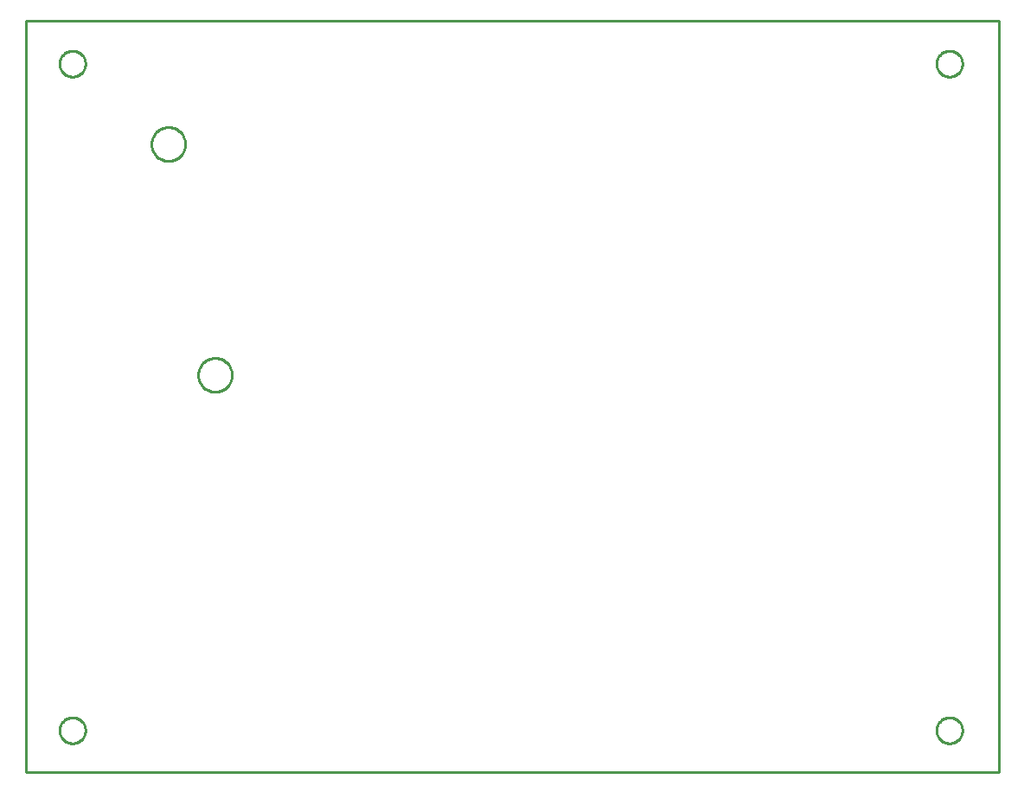
<source format=gbr>
G04 EAGLE Gerber RS-274X export*
G75*
%MOMM*%
%FSLAX34Y34*%
%LPD*%
%IN*%
%IPPOS*%
%AMOC8*
5,1,8,0,0,1.08239X$1,22.5*%
G01*
%ADD10C,0.000000*%
%ADD11C,0.254000*%


D10*
X-431800Y360680D02*
X520900Y360680D01*
X520900Y1096520D01*
X-431800Y1096520D01*
X-431800Y360680D01*
X-398780Y1054100D02*
X-398776Y1054412D01*
X-398765Y1054723D01*
X-398746Y1055034D01*
X-398719Y1055345D01*
X-398684Y1055655D01*
X-398643Y1055963D01*
X-398593Y1056271D01*
X-398536Y1056578D01*
X-398471Y1056883D01*
X-398399Y1057186D01*
X-398320Y1057487D01*
X-398233Y1057787D01*
X-398139Y1058084D01*
X-398038Y1058379D01*
X-397929Y1058671D01*
X-397813Y1058960D01*
X-397690Y1059247D01*
X-397561Y1059530D01*
X-397424Y1059810D01*
X-397280Y1060087D01*
X-397130Y1060360D01*
X-396973Y1060629D01*
X-396810Y1060894D01*
X-396640Y1061156D01*
X-396463Y1061413D01*
X-396281Y1061665D01*
X-396092Y1061913D01*
X-395897Y1062157D01*
X-395697Y1062395D01*
X-395490Y1062629D01*
X-395278Y1062857D01*
X-395060Y1063080D01*
X-394837Y1063298D01*
X-394609Y1063510D01*
X-394375Y1063717D01*
X-394137Y1063917D01*
X-393893Y1064112D01*
X-393645Y1064301D01*
X-393393Y1064483D01*
X-393136Y1064660D01*
X-392874Y1064830D01*
X-392609Y1064993D01*
X-392340Y1065150D01*
X-392067Y1065300D01*
X-391790Y1065444D01*
X-391510Y1065581D01*
X-391227Y1065710D01*
X-390940Y1065833D01*
X-390651Y1065949D01*
X-390359Y1066058D01*
X-390064Y1066159D01*
X-389767Y1066253D01*
X-389467Y1066340D01*
X-389166Y1066419D01*
X-388863Y1066491D01*
X-388558Y1066556D01*
X-388251Y1066613D01*
X-387943Y1066663D01*
X-387635Y1066704D01*
X-387325Y1066739D01*
X-387014Y1066766D01*
X-386703Y1066785D01*
X-386392Y1066796D01*
X-386080Y1066800D01*
X-385768Y1066796D01*
X-385457Y1066785D01*
X-385146Y1066766D01*
X-384835Y1066739D01*
X-384525Y1066704D01*
X-384217Y1066663D01*
X-383909Y1066613D01*
X-383602Y1066556D01*
X-383297Y1066491D01*
X-382994Y1066419D01*
X-382693Y1066340D01*
X-382393Y1066253D01*
X-382096Y1066159D01*
X-381801Y1066058D01*
X-381509Y1065949D01*
X-381220Y1065833D01*
X-380933Y1065710D01*
X-380650Y1065581D01*
X-380370Y1065444D01*
X-380093Y1065300D01*
X-379820Y1065150D01*
X-379551Y1064993D01*
X-379286Y1064830D01*
X-379024Y1064660D01*
X-378767Y1064483D01*
X-378515Y1064301D01*
X-378267Y1064112D01*
X-378023Y1063917D01*
X-377785Y1063717D01*
X-377551Y1063510D01*
X-377323Y1063298D01*
X-377100Y1063080D01*
X-376882Y1062857D01*
X-376670Y1062629D01*
X-376463Y1062395D01*
X-376263Y1062157D01*
X-376068Y1061913D01*
X-375879Y1061665D01*
X-375697Y1061413D01*
X-375520Y1061156D01*
X-375350Y1060894D01*
X-375187Y1060629D01*
X-375030Y1060360D01*
X-374880Y1060087D01*
X-374736Y1059810D01*
X-374599Y1059530D01*
X-374470Y1059247D01*
X-374347Y1058960D01*
X-374231Y1058671D01*
X-374122Y1058379D01*
X-374021Y1058084D01*
X-373927Y1057787D01*
X-373840Y1057487D01*
X-373761Y1057186D01*
X-373689Y1056883D01*
X-373624Y1056578D01*
X-373567Y1056271D01*
X-373517Y1055963D01*
X-373476Y1055655D01*
X-373441Y1055345D01*
X-373414Y1055034D01*
X-373395Y1054723D01*
X-373384Y1054412D01*
X-373380Y1054100D01*
X-373384Y1053788D01*
X-373395Y1053477D01*
X-373414Y1053166D01*
X-373441Y1052855D01*
X-373476Y1052545D01*
X-373517Y1052237D01*
X-373567Y1051929D01*
X-373624Y1051622D01*
X-373689Y1051317D01*
X-373761Y1051014D01*
X-373840Y1050713D01*
X-373927Y1050413D01*
X-374021Y1050116D01*
X-374122Y1049821D01*
X-374231Y1049529D01*
X-374347Y1049240D01*
X-374470Y1048953D01*
X-374599Y1048670D01*
X-374736Y1048390D01*
X-374880Y1048113D01*
X-375030Y1047840D01*
X-375187Y1047571D01*
X-375350Y1047306D01*
X-375520Y1047044D01*
X-375697Y1046787D01*
X-375879Y1046535D01*
X-376068Y1046287D01*
X-376263Y1046043D01*
X-376463Y1045805D01*
X-376670Y1045571D01*
X-376882Y1045343D01*
X-377100Y1045120D01*
X-377323Y1044902D01*
X-377551Y1044690D01*
X-377785Y1044483D01*
X-378023Y1044283D01*
X-378267Y1044088D01*
X-378515Y1043899D01*
X-378767Y1043717D01*
X-379024Y1043540D01*
X-379286Y1043370D01*
X-379551Y1043207D01*
X-379820Y1043050D01*
X-380093Y1042900D01*
X-380370Y1042756D01*
X-380650Y1042619D01*
X-380933Y1042490D01*
X-381220Y1042367D01*
X-381509Y1042251D01*
X-381801Y1042142D01*
X-382096Y1042041D01*
X-382393Y1041947D01*
X-382693Y1041860D01*
X-382994Y1041781D01*
X-383297Y1041709D01*
X-383602Y1041644D01*
X-383909Y1041587D01*
X-384217Y1041537D01*
X-384525Y1041496D01*
X-384835Y1041461D01*
X-385146Y1041434D01*
X-385457Y1041415D01*
X-385768Y1041404D01*
X-386080Y1041400D01*
X-386392Y1041404D01*
X-386703Y1041415D01*
X-387014Y1041434D01*
X-387325Y1041461D01*
X-387635Y1041496D01*
X-387943Y1041537D01*
X-388251Y1041587D01*
X-388558Y1041644D01*
X-388863Y1041709D01*
X-389166Y1041781D01*
X-389467Y1041860D01*
X-389767Y1041947D01*
X-390064Y1042041D01*
X-390359Y1042142D01*
X-390651Y1042251D01*
X-390940Y1042367D01*
X-391227Y1042490D01*
X-391510Y1042619D01*
X-391790Y1042756D01*
X-392067Y1042900D01*
X-392340Y1043050D01*
X-392609Y1043207D01*
X-392874Y1043370D01*
X-393136Y1043540D01*
X-393393Y1043717D01*
X-393645Y1043899D01*
X-393893Y1044088D01*
X-394137Y1044283D01*
X-394375Y1044483D01*
X-394609Y1044690D01*
X-394837Y1044902D01*
X-395060Y1045120D01*
X-395278Y1045343D01*
X-395490Y1045571D01*
X-395697Y1045805D01*
X-395897Y1046043D01*
X-396092Y1046287D01*
X-396281Y1046535D01*
X-396463Y1046787D01*
X-396640Y1047044D01*
X-396810Y1047306D01*
X-396973Y1047571D01*
X-397130Y1047840D01*
X-397280Y1048113D01*
X-397424Y1048390D01*
X-397561Y1048670D01*
X-397690Y1048953D01*
X-397813Y1049240D01*
X-397929Y1049529D01*
X-398038Y1049821D01*
X-398139Y1050116D01*
X-398233Y1050413D01*
X-398320Y1050713D01*
X-398399Y1051014D01*
X-398471Y1051317D01*
X-398536Y1051622D01*
X-398593Y1051929D01*
X-398643Y1052237D01*
X-398684Y1052545D01*
X-398719Y1052855D01*
X-398746Y1053166D01*
X-398765Y1053477D01*
X-398776Y1053788D01*
X-398780Y1054100D01*
X-398780Y401320D02*
X-398776Y401632D01*
X-398765Y401943D01*
X-398746Y402254D01*
X-398719Y402565D01*
X-398684Y402875D01*
X-398643Y403183D01*
X-398593Y403491D01*
X-398536Y403798D01*
X-398471Y404103D01*
X-398399Y404406D01*
X-398320Y404707D01*
X-398233Y405007D01*
X-398139Y405304D01*
X-398038Y405599D01*
X-397929Y405891D01*
X-397813Y406180D01*
X-397690Y406467D01*
X-397561Y406750D01*
X-397424Y407030D01*
X-397280Y407307D01*
X-397130Y407580D01*
X-396973Y407849D01*
X-396810Y408114D01*
X-396640Y408376D01*
X-396463Y408633D01*
X-396281Y408885D01*
X-396092Y409133D01*
X-395897Y409377D01*
X-395697Y409615D01*
X-395490Y409849D01*
X-395278Y410077D01*
X-395060Y410300D01*
X-394837Y410518D01*
X-394609Y410730D01*
X-394375Y410937D01*
X-394137Y411137D01*
X-393893Y411332D01*
X-393645Y411521D01*
X-393393Y411703D01*
X-393136Y411880D01*
X-392874Y412050D01*
X-392609Y412213D01*
X-392340Y412370D01*
X-392067Y412520D01*
X-391790Y412664D01*
X-391510Y412801D01*
X-391227Y412930D01*
X-390940Y413053D01*
X-390651Y413169D01*
X-390359Y413278D01*
X-390064Y413379D01*
X-389767Y413473D01*
X-389467Y413560D01*
X-389166Y413639D01*
X-388863Y413711D01*
X-388558Y413776D01*
X-388251Y413833D01*
X-387943Y413883D01*
X-387635Y413924D01*
X-387325Y413959D01*
X-387014Y413986D01*
X-386703Y414005D01*
X-386392Y414016D01*
X-386080Y414020D01*
X-385768Y414016D01*
X-385457Y414005D01*
X-385146Y413986D01*
X-384835Y413959D01*
X-384525Y413924D01*
X-384217Y413883D01*
X-383909Y413833D01*
X-383602Y413776D01*
X-383297Y413711D01*
X-382994Y413639D01*
X-382693Y413560D01*
X-382393Y413473D01*
X-382096Y413379D01*
X-381801Y413278D01*
X-381509Y413169D01*
X-381220Y413053D01*
X-380933Y412930D01*
X-380650Y412801D01*
X-380370Y412664D01*
X-380093Y412520D01*
X-379820Y412370D01*
X-379551Y412213D01*
X-379286Y412050D01*
X-379024Y411880D01*
X-378767Y411703D01*
X-378515Y411521D01*
X-378267Y411332D01*
X-378023Y411137D01*
X-377785Y410937D01*
X-377551Y410730D01*
X-377323Y410518D01*
X-377100Y410300D01*
X-376882Y410077D01*
X-376670Y409849D01*
X-376463Y409615D01*
X-376263Y409377D01*
X-376068Y409133D01*
X-375879Y408885D01*
X-375697Y408633D01*
X-375520Y408376D01*
X-375350Y408114D01*
X-375187Y407849D01*
X-375030Y407580D01*
X-374880Y407307D01*
X-374736Y407030D01*
X-374599Y406750D01*
X-374470Y406467D01*
X-374347Y406180D01*
X-374231Y405891D01*
X-374122Y405599D01*
X-374021Y405304D01*
X-373927Y405007D01*
X-373840Y404707D01*
X-373761Y404406D01*
X-373689Y404103D01*
X-373624Y403798D01*
X-373567Y403491D01*
X-373517Y403183D01*
X-373476Y402875D01*
X-373441Y402565D01*
X-373414Y402254D01*
X-373395Y401943D01*
X-373384Y401632D01*
X-373380Y401320D01*
X-373384Y401008D01*
X-373395Y400697D01*
X-373414Y400386D01*
X-373441Y400075D01*
X-373476Y399765D01*
X-373517Y399457D01*
X-373567Y399149D01*
X-373624Y398842D01*
X-373689Y398537D01*
X-373761Y398234D01*
X-373840Y397933D01*
X-373927Y397633D01*
X-374021Y397336D01*
X-374122Y397041D01*
X-374231Y396749D01*
X-374347Y396460D01*
X-374470Y396173D01*
X-374599Y395890D01*
X-374736Y395610D01*
X-374880Y395333D01*
X-375030Y395060D01*
X-375187Y394791D01*
X-375350Y394526D01*
X-375520Y394264D01*
X-375697Y394007D01*
X-375879Y393755D01*
X-376068Y393507D01*
X-376263Y393263D01*
X-376463Y393025D01*
X-376670Y392791D01*
X-376882Y392563D01*
X-377100Y392340D01*
X-377323Y392122D01*
X-377551Y391910D01*
X-377785Y391703D01*
X-378023Y391503D01*
X-378267Y391308D01*
X-378515Y391119D01*
X-378767Y390937D01*
X-379024Y390760D01*
X-379286Y390590D01*
X-379551Y390427D01*
X-379820Y390270D01*
X-380093Y390120D01*
X-380370Y389976D01*
X-380650Y389839D01*
X-380933Y389710D01*
X-381220Y389587D01*
X-381509Y389471D01*
X-381801Y389362D01*
X-382096Y389261D01*
X-382393Y389167D01*
X-382693Y389080D01*
X-382994Y389001D01*
X-383297Y388929D01*
X-383602Y388864D01*
X-383909Y388807D01*
X-384217Y388757D01*
X-384525Y388716D01*
X-384835Y388681D01*
X-385146Y388654D01*
X-385457Y388635D01*
X-385768Y388624D01*
X-386080Y388620D01*
X-386392Y388624D01*
X-386703Y388635D01*
X-387014Y388654D01*
X-387325Y388681D01*
X-387635Y388716D01*
X-387943Y388757D01*
X-388251Y388807D01*
X-388558Y388864D01*
X-388863Y388929D01*
X-389166Y389001D01*
X-389467Y389080D01*
X-389767Y389167D01*
X-390064Y389261D01*
X-390359Y389362D01*
X-390651Y389471D01*
X-390940Y389587D01*
X-391227Y389710D01*
X-391510Y389839D01*
X-391790Y389976D01*
X-392067Y390120D01*
X-392340Y390270D01*
X-392609Y390427D01*
X-392874Y390590D01*
X-393136Y390760D01*
X-393393Y390937D01*
X-393645Y391119D01*
X-393893Y391308D01*
X-394137Y391503D01*
X-394375Y391703D01*
X-394609Y391910D01*
X-394837Y392122D01*
X-395060Y392340D01*
X-395278Y392563D01*
X-395490Y392791D01*
X-395697Y393025D01*
X-395897Y393263D01*
X-396092Y393507D01*
X-396281Y393755D01*
X-396463Y394007D01*
X-396640Y394264D01*
X-396810Y394526D01*
X-396973Y394791D01*
X-397130Y395060D01*
X-397280Y395333D01*
X-397424Y395610D01*
X-397561Y395890D01*
X-397690Y396173D01*
X-397813Y396460D01*
X-397929Y396749D01*
X-398038Y397041D01*
X-398139Y397336D01*
X-398233Y397633D01*
X-398320Y397933D01*
X-398399Y398234D01*
X-398471Y398537D01*
X-398536Y398842D01*
X-398593Y399149D01*
X-398643Y399457D01*
X-398684Y399765D01*
X-398719Y400075D01*
X-398746Y400386D01*
X-398765Y400697D01*
X-398776Y401008D01*
X-398780Y401320D01*
X459740Y401320D02*
X459744Y401632D01*
X459755Y401943D01*
X459774Y402254D01*
X459801Y402565D01*
X459836Y402875D01*
X459877Y403183D01*
X459927Y403491D01*
X459984Y403798D01*
X460049Y404103D01*
X460121Y404406D01*
X460200Y404707D01*
X460287Y405007D01*
X460381Y405304D01*
X460482Y405599D01*
X460591Y405891D01*
X460707Y406180D01*
X460830Y406467D01*
X460959Y406750D01*
X461096Y407030D01*
X461240Y407307D01*
X461390Y407580D01*
X461547Y407849D01*
X461710Y408114D01*
X461880Y408376D01*
X462057Y408633D01*
X462239Y408885D01*
X462428Y409133D01*
X462623Y409377D01*
X462823Y409615D01*
X463030Y409849D01*
X463242Y410077D01*
X463460Y410300D01*
X463683Y410518D01*
X463911Y410730D01*
X464145Y410937D01*
X464383Y411137D01*
X464627Y411332D01*
X464875Y411521D01*
X465127Y411703D01*
X465384Y411880D01*
X465646Y412050D01*
X465911Y412213D01*
X466180Y412370D01*
X466453Y412520D01*
X466730Y412664D01*
X467010Y412801D01*
X467293Y412930D01*
X467580Y413053D01*
X467869Y413169D01*
X468161Y413278D01*
X468456Y413379D01*
X468753Y413473D01*
X469053Y413560D01*
X469354Y413639D01*
X469657Y413711D01*
X469962Y413776D01*
X470269Y413833D01*
X470577Y413883D01*
X470885Y413924D01*
X471195Y413959D01*
X471506Y413986D01*
X471817Y414005D01*
X472128Y414016D01*
X472440Y414020D01*
X472752Y414016D01*
X473063Y414005D01*
X473374Y413986D01*
X473685Y413959D01*
X473995Y413924D01*
X474303Y413883D01*
X474611Y413833D01*
X474918Y413776D01*
X475223Y413711D01*
X475526Y413639D01*
X475827Y413560D01*
X476127Y413473D01*
X476424Y413379D01*
X476719Y413278D01*
X477011Y413169D01*
X477300Y413053D01*
X477587Y412930D01*
X477870Y412801D01*
X478150Y412664D01*
X478427Y412520D01*
X478700Y412370D01*
X478969Y412213D01*
X479234Y412050D01*
X479496Y411880D01*
X479753Y411703D01*
X480005Y411521D01*
X480253Y411332D01*
X480497Y411137D01*
X480735Y410937D01*
X480969Y410730D01*
X481197Y410518D01*
X481420Y410300D01*
X481638Y410077D01*
X481850Y409849D01*
X482057Y409615D01*
X482257Y409377D01*
X482452Y409133D01*
X482641Y408885D01*
X482823Y408633D01*
X483000Y408376D01*
X483170Y408114D01*
X483333Y407849D01*
X483490Y407580D01*
X483640Y407307D01*
X483784Y407030D01*
X483921Y406750D01*
X484050Y406467D01*
X484173Y406180D01*
X484289Y405891D01*
X484398Y405599D01*
X484499Y405304D01*
X484593Y405007D01*
X484680Y404707D01*
X484759Y404406D01*
X484831Y404103D01*
X484896Y403798D01*
X484953Y403491D01*
X485003Y403183D01*
X485044Y402875D01*
X485079Y402565D01*
X485106Y402254D01*
X485125Y401943D01*
X485136Y401632D01*
X485140Y401320D01*
X485136Y401008D01*
X485125Y400697D01*
X485106Y400386D01*
X485079Y400075D01*
X485044Y399765D01*
X485003Y399457D01*
X484953Y399149D01*
X484896Y398842D01*
X484831Y398537D01*
X484759Y398234D01*
X484680Y397933D01*
X484593Y397633D01*
X484499Y397336D01*
X484398Y397041D01*
X484289Y396749D01*
X484173Y396460D01*
X484050Y396173D01*
X483921Y395890D01*
X483784Y395610D01*
X483640Y395333D01*
X483490Y395060D01*
X483333Y394791D01*
X483170Y394526D01*
X483000Y394264D01*
X482823Y394007D01*
X482641Y393755D01*
X482452Y393507D01*
X482257Y393263D01*
X482057Y393025D01*
X481850Y392791D01*
X481638Y392563D01*
X481420Y392340D01*
X481197Y392122D01*
X480969Y391910D01*
X480735Y391703D01*
X480497Y391503D01*
X480253Y391308D01*
X480005Y391119D01*
X479753Y390937D01*
X479496Y390760D01*
X479234Y390590D01*
X478969Y390427D01*
X478700Y390270D01*
X478427Y390120D01*
X478150Y389976D01*
X477870Y389839D01*
X477587Y389710D01*
X477300Y389587D01*
X477011Y389471D01*
X476719Y389362D01*
X476424Y389261D01*
X476127Y389167D01*
X475827Y389080D01*
X475526Y389001D01*
X475223Y388929D01*
X474918Y388864D01*
X474611Y388807D01*
X474303Y388757D01*
X473995Y388716D01*
X473685Y388681D01*
X473374Y388654D01*
X473063Y388635D01*
X472752Y388624D01*
X472440Y388620D01*
X472128Y388624D01*
X471817Y388635D01*
X471506Y388654D01*
X471195Y388681D01*
X470885Y388716D01*
X470577Y388757D01*
X470269Y388807D01*
X469962Y388864D01*
X469657Y388929D01*
X469354Y389001D01*
X469053Y389080D01*
X468753Y389167D01*
X468456Y389261D01*
X468161Y389362D01*
X467869Y389471D01*
X467580Y389587D01*
X467293Y389710D01*
X467010Y389839D01*
X466730Y389976D01*
X466453Y390120D01*
X466180Y390270D01*
X465911Y390427D01*
X465646Y390590D01*
X465384Y390760D01*
X465127Y390937D01*
X464875Y391119D01*
X464627Y391308D01*
X464383Y391503D01*
X464145Y391703D01*
X463911Y391910D01*
X463683Y392122D01*
X463460Y392340D01*
X463242Y392563D01*
X463030Y392791D01*
X462823Y393025D01*
X462623Y393263D01*
X462428Y393507D01*
X462239Y393755D01*
X462057Y394007D01*
X461880Y394264D01*
X461710Y394526D01*
X461547Y394791D01*
X461390Y395060D01*
X461240Y395333D01*
X461096Y395610D01*
X460959Y395890D01*
X460830Y396173D01*
X460707Y396460D01*
X460591Y396749D01*
X460482Y397041D01*
X460381Y397336D01*
X460287Y397633D01*
X460200Y397933D01*
X460121Y398234D01*
X460049Y398537D01*
X459984Y398842D01*
X459927Y399149D01*
X459877Y399457D01*
X459836Y399765D01*
X459801Y400075D01*
X459774Y400386D01*
X459755Y400697D01*
X459744Y401008D01*
X459740Y401320D01*
X459740Y1054100D02*
X459744Y1054412D01*
X459755Y1054723D01*
X459774Y1055034D01*
X459801Y1055345D01*
X459836Y1055655D01*
X459877Y1055963D01*
X459927Y1056271D01*
X459984Y1056578D01*
X460049Y1056883D01*
X460121Y1057186D01*
X460200Y1057487D01*
X460287Y1057787D01*
X460381Y1058084D01*
X460482Y1058379D01*
X460591Y1058671D01*
X460707Y1058960D01*
X460830Y1059247D01*
X460959Y1059530D01*
X461096Y1059810D01*
X461240Y1060087D01*
X461390Y1060360D01*
X461547Y1060629D01*
X461710Y1060894D01*
X461880Y1061156D01*
X462057Y1061413D01*
X462239Y1061665D01*
X462428Y1061913D01*
X462623Y1062157D01*
X462823Y1062395D01*
X463030Y1062629D01*
X463242Y1062857D01*
X463460Y1063080D01*
X463683Y1063298D01*
X463911Y1063510D01*
X464145Y1063717D01*
X464383Y1063917D01*
X464627Y1064112D01*
X464875Y1064301D01*
X465127Y1064483D01*
X465384Y1064660D01*
X465646Y1064830D01*
X465911Y1064993D01*
X466180Y1065150D01*
X466453Y1065300D01*
X466730Y1065444D01*
X467010Y1065581D01*
X467293Y1065710D01*
X467580Y1065833D01*
X467869Y1065949D01*
X468161Y1066058D01*
X468456Y1066159D01*
X468753Y1066253D01*
X469053Y1066340D01*
X469354Y1066419D01*
X469657Y1066491D01*
X469962Y1066556D01*
X470269Y1066613D01*
X470577Y1066663D01*
X470885Y1066704D01*
X471195Y1066739D01*
X471506Y1066766D01*
X471817Y1066785D01*
X472128Y1066796D01*
X472440Y1066800D01*
X472752Y1066796D01*
X473063Y1066785D01*
X473374Y1066766D01*
X473685Y1066739D01*
X473995Y1066704D01*
X474303Y1066663D01*
X474611Y1066613D01*
X474918Y1066556D01*
X475223Y1066491D01*
X475526Y1066419D01*
X475827Y1066340D01*
X476127Y1066253D01*
X476424Y1066159D01*
X476719Y1066058D01*
X477011Y1065949D01*
X477300Y1065833D01*
X477587Y1065710D01*
X477870Y1065581D01*
X478150Y1065444D01*
X478427Y1065300D01*
X478700Y1065150D01*
X478969Y1064993D01*
X479234Y1064830D01*
X479496Y1064660D01*
X479753Y1064483D01*
X480005Y1064301D01*
X480253Y1064112D01*
X480497Y1063917D01*
X480735Y1063717D01*
X480969Y1063510D01*
X481197Y1063298D01*
X481420Y1063080D01*
X481638Y1062857D01*
X481850Y1062629D01*
X482057Y1062395D01*
X482257Y1062157D01*
X482452Y1061913D01*
X482641Y1061665D01*
X482823Y1061413D01*
X483000Y1061156D01*
X483170Y1060894D01*
X483333Y1060629D01*
X483490Y1060360D01*
X483640Y1060087D01*
X483784Y1059810D01*
X483921Y1059530D01*
X484050Y1059247D01*
X484173Y1058960D01*
X484289Y1058671D01*
X484398Y1058379D01*
X484499Y1058084D01*
X484593Y1057787D01*
X484680Y1057487D01*
X484759Y1057186D01*
X484831Y1056883D01*
X484896Y1056578D01*
X484953Y1056271D01*
X485003Y1055963D01*
X485044Y1055655D01*
X485079Y1055345D01*
X485106Y1055034D01*
X485125Y1054723D01*
X485136Y1054412D01*
X485140Y1054100D01*
X485136Y1053788D01*
X485125Y1053477D01*
X485106Y1053166D01*
X485079Y1052855D01*
X485044Y1052545D01*
X485003Y1052237D01*
X484953Y1051929D01*
X484896Y1051622D01*
X484831Y1051317D01*
X484759Y1051014D01*
X484680Y1050713D01*
X484593Y1050413D01*
X484499Y1050116D01*
X484398Y1049821D01*
X484289Y1049529D01*
X484173Y1049240D01*
X484050Y1048953D01*
X483921Y1048670D01*
X483784Y1048390D01*
X483640Y1048113D01*
X483490Y1047840D01*
X483333Y1047571D01*
X483170Y1047306D01*
X483000Y1047044D01*
X482823Y1046787D01*
X482641Y1046535D01*
X482452Y1046287D01*
X482257Y1046043D01*
X482057Y1045805D01*
X481850Y1045571D01*
X481638Y1045343D01*
X481420Y1045120D01*
X481197Y1044902D01*
X480969Y1044690D01*
X480735Y1044483D01*
X480497Y1044283D01*
X480253Y1044088D01*
X480005Y1043899D01*
X479753Y1043717D01*
X479496Y1043540D01*
X479234Y1043370D01*
X478969Y1043207D01*
X478700Y1043050D01*
X478427Y1042900D01*
X478150Y1042756D01*
X477870Y1042619D01*
X477587Y1042490D01*
X477300Y1042367D01*
X477011Y1042251D01*
X476719Y1042142D01*
X476424Y1042041D01*
X476127Y1041947D01*
X475827Y1041860D01*
X475526Y1041781D01*
X475223Y1041709D01*
X474918Y1041644D01*
X474611Y1041587D01*
X474303Y1041537D01*
X473995Y1041496D01*
X473685Y1041461D01*
X473374Y1041434D01*
X473063Y1041415D01*
X472752Y1041404D01*
X472440Y1041400D01*
X472128Y1041404D01*
X471817Y1041415D01*
X471506Y1041434D01*
X471195Y1041461D01*
X470885Y1041496D01*
X470577Y1041537D01*
X470269Y1041587D01*
X469962Y1041644D01*
X469657Y1041709D01*
X469354Y1041781D01*
X469053Y1041860D01*
X468753Y1041947D01*
X468456Y1042041D01*
X468161Y1042142D01*
X467869Y1042251D01*
X467580Y1042367D01*
X467293Y1042490D01*
X467010Y1042619D01*
X466730Y1042756D01*
X466453Y1042900D01*
X466180Y1043050D01*
X465911Y1043207D01*
X465646Y1043370D01*
X465384Y1043540D01*
X465127Y1043717D01*
X464875Y1043899D01*
X464627Y1044088D01*
X464383Y1044283D01*
X464145Y1044483D01*
X463911Y1044690D01*
X463683Y1044902D01*
X463460Y1045120D01*
X463242Y1045343D01*
X463030Y1045571D01*
X462823Y1045805D01*
X462623Y1046043D01*
X462428Y1046287D01*
X462239Y1046535D01*
X462057Y1046787D01*
X461880Y1047044D01*
X461710Y1047306D01*
X461547Y1047571D01*
X461390Y1047840D01*
X461240Y1048113D01*
X461096Y1048390D01*
X460959Y1048670D01*
X460830Y1048953D01*
X460707Y1049240D01*
X460591Y1049529D01*
X460482Y1049821D01*
X460381Y1050116D01*
X460287Y1050413D01*
X460200Y1050713D01*
X460121Y1051014D01*
X460049Y1051317D01*
X459984Y1051622D01*
X459927Y1051929D01*
X459877Y1052237D01*
X459836Y1052545D01*
X459801Y1052855D01*
X459774Y1053166D01*
X459755Y1053477D01*
X459744Y1053788D01*
X459740Y1054100D01*
X-262890Y749300D02*
X-262885Y749705D01*
X-262870Y750110D01*
X-262845Y750515D01*
X-262810Y750918D01*
X-262766Y751321D01*
X-262711Y751723D01*
X-262647Y752123D01*
X-262573Y752521D01*
X-262489Y752917D01*
X-262395Y753312D01*
X-262292Y753703D01*
X-262179Y754093D01*
X-262057Y754479D01*
X-261925Y754862D01*
X-261784Y755242D01*
X-261633Y755618D01*
X-261474Y755991D01*
X-261305Y756359D01*
X-261127Y756723D01*
X-260941Y757083D01*
X-260745Y757438D01*
X-260541Y757788D01*
X-260329Y758133D01*
X-260108Y758472D01*
X-259878Y758807D01*
X-259641Y759135D01*
X-259396Y759457D01*
X-259142Y759774D01*
X-258882Y760084D01*
X-258613Y760387D01*
X-258337Y760684D01*
X-258054Y760974D01*
X-257764Y761257D01*
X-257467Y761533D01*
X-257164Y761802D01*
X-256854Y762062D01*
X-256537Y762316D01*
X-256215Y762561D01*
X-255887Y762798D01*
X-255552Y763028D01*
X-255213Y763249D01*
X-254868Y763461D01*
X-254518Y763665D01*
X-254163Y763861D01*
X-253803Y764047D01*
X-253439Y764225D01*
X-253071Y764394D01*
X-252698Y764553D01*
X-252322Y764704D01*
X-251942Y764845D01*
X-251559Y764977D01*
X-251173Y765099D01*
X-250783Y765212D01*
X-250392Y765315D01*
X-249997Y765409D01*
X-249601Y765493D01*
X-249203Y765567D01*
X-248803Y765631D01*
X-248401Y765686D01*
X-247998Y765730D01*
X-247595Y765765D01*
X-247190Y765790D01*
X-246785Y765805D01*
X-246380Y765810D01*
X-245975Y765805D01*
X-245570Y765790D01*
X-245165Y765765D01*
X-244762Y765730D01*
X-244359Y765686D01*
X-243957Y765631D01*
X-243557Y765567D01*
X-243159Y765493D01*
X-242763Y765409D01*
X-242368Y765315D01*
X-241977Y765212D01*
X-241587Y765099D01*
X-241201Y764977D01*
X-240818Y764845D01*
X-240438Y764704D01*
X-240062Y764553D01*
X-239689Y764394D01*
X-239321Y764225D01*
X-238957Y764047D01*
X-238597Y763861D01*
X-238242Y763665D01*
X-237892Y763461D01*
X-237547Y763249D01*
X-237208Y763028D01*
X-236873Y762798D01*
X-236545Y762561D01*
X-236223Y762316D01*
X-235906Y762062D01*
X-235596Y761802D01*
X-235293Y761533D01*
X-234996Y761257D01*
X-234706Y760974D01*
X-234423Y760684D01*
X-234147Y760387D01*
X-233878Y760084D01*
X-233618Y759774D01*
X-233364Y759457D01*
X-233119Y759135D01*
X-232882Y758807D01*
X-232652Y758472D01*
X-232431Y758133D01*
X-232219Y757788D01*
X-232015Y757438D01*
X-231819Y757083D01*
X-231633Y756723D01*
X-231455Y756359D01*
X-231286Y755991D01*
X-231127Y755618D01*
X-230976Y755242D01*
X-230835Y754862D01*
X-230703Y754479D01*
X-230581Y754093D01*
X-230468Y753703D01*
X-230365Y753312D01*
X-230271Y752917D01*
X-230187Y752521D01*
X-230113Y752123D01*
X-230049Y751723D01*
X-229994Y751321D01*
X-229950Y750918D01*
X-229915Y750515D01*
X-229890Y750110D01*
X-229875Y749705D01*
X-229870Y749300D01*
X-229875Y748895D01*
X-229890Y748490D01*
X-229915Y748085D01*
X-229950Y747682D01*
X-229994Y747279D01*
X-230049Y746877D01*
X-230113Y746477D01*
X-230187Y746079D01*
X-230271Y745683D01*
X-230365Y745288D01*
X-230468Y744897D01*
X-230581Y744507D01*
X-230703Y744121D01*
X-230835Y743738D01*
X-230976Y743358D01*
X-231127Y742982D01*
X-231286Y742609D01*
X-231455Y742241D01*
X-231633Y741877D01*
X-231819Y741517D01*
X-232015Y741162D01*
X-232219Y740812D01*
X-232431Y740467D01*
X-232652Y740128D01*
X-232882Y739793D01*
X-233119Y739465D01*
X-233364Y739143D01*
X-233618Y738826D01*
X-233878Y738516D01*
X-234147Y738213D01*
X-234423Y737916D01*
X-234706Y737626D01*
X-234996Y737343D01*
X-235293Y737067D01*
X-235596Y736798D01*
X-235906Y736538D01*
X-236223Y736284D01*
X-236545Y736039D01*
X-236873Y735802D01*
X-237208Y735572D01*
X-237547Y735351D01*
X-237892Y735139D01*
X-238242Y734935D01*
X-238597Y734739D01*
X-238957Y734553D01*
X-239321Y734375D01*
X-239689Y734206D01*
X-240062Y734047D01*
X-240438Y733896D01*
X-240818Y733755D01*
X-241201Y733623D01*
X-241587Y733501D01*
X-241977Y733388D01*
X-242368Y733285D01*
X-242763Y733191D01*
X-243159Y733107D01*
X-243557Y733033D01*
X-243957Y732969D01*
X-244359Y732914D01*
X-244762Y732870D01*
X-245165Y732835D01*
X-245570Y732810D01*
X-245975Y732795D01*
X-246380Y732790D01*
X-246785Y732795D01*
X-247190Y732810D01*
X-247595Y732835D01*
X-247998Y732870D01*
X-248401Y732914D01*
X-248803Y732969D01*
X-249203Y733033D01*
X-249601Y733107D01*
X-249997Y733191D01*
X-250392Y733285D01*
X-250783Y733388D01*
X-251173Y733501D01*
X-251559Y733623D01*
X-251942Y733755D01*
X-252322Y733896D01*
X-252698Y734047D01*
X-253071Y734206D01*
X-253439Y734375D01*
X-253803Y734553D01*
X-254163Y734739D01*
X-254518Y734935D01*
X-254868Y735139D01*
X-255213Y735351D01*
X-255552Y735572D01*
X-255887Y735802D01*
X-256215Y736039D01*
X-256537Y736284D01*
X-256854Y736538D01*
X-257164Y736798D01*
X-257467Y737067D01*
X-257764Y737343D01*
X-258054Y737626D01*
X-258337Y737916D01*
X-258613Y738213D01*
X-258882Y738516D01*
X-259142Y738826D01*
X-259396Y739143D01*
X-259641Y739465D01*
X-259878Y739793D01*
X-260108Y740128D01*
X-260329Y740467D01*
X-260541Y740812D01*
X-260745Y741162D01*
X-260941Y741517D01*
X-261127Y741877D01*
X-261305Y742241D01*
X-261474Y742609D01*
X-261633Y742982D01*
X-261784Y743358D01*
X-261925Y743738D01*
X-262057Y744121D01*
X-262179Y744507D01*
X-262292Y744897D01*
X-262395Y745288D01*
X-262489Y745683D01*
X-262573Y746079D01*
X-262647Y746477D01*
X-262711Y746877D01*
X-262766Y747279D01*
X-262810Y747682D01*
X-262845Y748085D01*
X-262870Y748490D01*
X-262885Y748895D01*
X-262890Y749300D01*
X-308610Y975360D02*
X-308605Y975765D01*
X-308590Y976170D01*
X-308565Y976575D01*
X-308530Y976978D01*
X-308486Y977381D01*
X-308431Y977783D01*
X-308367Y978183D01*
X-308293Y978581D01*
X-308209Y978977D01*
X-308115Y979372D01*
X-308012Y979763D01*
X-307899Y980153D01*
X-307777Y980539D01*
X-307645Y980922D01*
X-307504Y981302D01*
X-307353Y981678D01*
X-307194Y982051D01*
X-307025Y982419D01*
X-306847Y982783D01*
X-306661Y983143D01*
X-306465Y983498D01*
X-306261Y983848D01*
X-306049Y984193D01*
X-305828Y984532D01*
X-305598Y984867D01*
X-305361Y985195D01*
X-305116Y985517D01*
X-304862Y985834D01*
X-304602Y986144D01*
X-304333Y986447D01*
X-304057Y986744D01*
X-303774Y987034D01*
X-303484Y987317D01*
X-303187Y987593D01*
X-302884Y987862D01*
X-302574Y988122D01*
X-302257Y988376D01*
X-301935Y988621D01*
X-301607Y988858D01*
X-301272Y989088D01*
X-300933Y989309D01*
X-300588Y989521D01*
X-300238Y989725D01*
X-299883Y989921D01*
X-299523Y990107D01*
X-299159Y990285D01*
X-298791Y990454D01*
X-298418Y990613D01*
X-298042Y990764D01*
X-297662Y990905D01*
X-297279Y991037D01*
X-296893Y991159D01*
X-296503Y991272D01*
X-296112Y991375D01*
X-295717Y991469D01*
X-295321Y991553D01*
X-294923Y991627D01*
X-294523Y991691D01*
X-294121Y991746D01*
X-293718Y991790D01*
X-293315Y991825D01*
X-292910Y991850D01*
X-292505Y991865D01*
X-292100Y991870D01*
X-291695Y991865D01*
X-291290Y991850D01*
X-290885Y991825D01*
X-290482Y991790D01*
X-290079Y991746D01*
X-289677Y991691D01*
X-289277Y991627D01*
X-288879Y991553D01*
X-288483Y991469D01*
X-288088Y991375D01*
X-287697Y991272D01*
X-287307Y991159D01*
X-286921Y991037D01*
X-286538Y990905D01*
X-286158Y990764D01*
X-285782Y990613D01*
X-285409Y990454D01*
X-285041Y990285D01*
X-284677Y990107D01*
X-284317Y989921D01*
X-283962Y989725D01*
X-283612Y989521D01*
X-283267Y989309D01*
X-282928Y989088D01*
X-282593Y988858D01*
X-282265Y988621D01*
X-281943Y988376D01*
X-281626Y988122D01*
X-281316Y987862D01*
X-281013Y987593D01*
X-280716Y987317D01*
X-280426Y987034D01*
X-280143Y986744D01*
X-279867Y986447D01*
X-279598Y986144D01*
X-279338Y985834D01*
X-279084Y985517D01*
X-278839Y985195D01*
X-278602Y984867D01*
X-278372Y984532D01*
X-278151Y984193D01*
X-277939Y983848D01*
X-277735Y983498D01*
X-277539Y983143D01*
X-277353Y982783D01*
X-277175Y982419D01*
X-277006Y982051D01*
X-276847Y981678D01*
X-276696Y981302D01*
X-276555Y980922D01*
X-276423Y980539D01*
X-276301Y980153D01*
X-276188Y979763D01*
X-276085Y979372D01*
X-275991Y978977D01*
X-275907Y978581D01*
X-275833Y978183D01*
X-275769Y977783D01*
X-275714Y977381D01*
X-275670Y976978D01*
X-275635Y976575D01*
X-275610Y976170D01*
X-275595Y975765D01*
X-275590Y975360D01*
X-275595Y974955D01*
X-275610Y974550D01*
X-275635Y974145D01*
X-275670Y973742D01*
X-275714Y973339D01*
X-275769Y972937D01*
X-275833Y972537D01*
X-275907Y972139D01*
X-275991Y971743D01*
X-276085Y971348D01*
X-276188Y970957D01*
X-276301Y970567D01*
X-276423Y970181D01*
X-276555Y969798D01*
X-276696Y969418D01*
X-276847Y969042D01*
X-277006Y968669D01*
X-277175Y968301D01*
X-277353Y967937D01*
X-277539Y967577D01*
X-277735Y967222D01*
X-277939Y966872D01*
X-278151Y966527D01*
X-278372Y966188D01*
X-278602Y965853D01*
X-278839Y965525D01*
X-279084Y965203D01*
X-279338Y964886D01*
X-279598Y964576D01*
X-279867Y964273D01*
X-280143Y963976D01*
X-280426Y963686D01*
X-280716Y963403D01*
X-281013Y963127D01*
X-281316Y962858D01*
X-281626Y962598D01*
X-281943Y962344D01*
X-282265Y962099D01*
X-282593Y961862D01*
X-282928Y961632D01*
X-283267Y961411D01*
X-283612Y961199D01*
X-283962Y960995D01*
X-284317Y960799D01*
X-284677Y960613D01*
X-285041Y960435D01*
X-285409Y960266D01*
X-285782Y960107D01*
X-286158Y959956D01*
X-286538Y959815D01*
X-286921Y959683D01*
X-287307Y959561D01*
X-287697Y959448D01*
X-288088Y959345D01*
X-288483Y959251D01*
X-288879Y959167D01*
X-289277Y959093D01*
X-289677Y959029D01*
X-290079Y958974D01*
X-290482Y958930D01*
X-290885Y958895D01*
X-291290Y958870D01*
X-291695Y958855D01*
X-292100Y958850D01*
X-292505Y958855D01*
X-292910Y958870D01*
X-293315Y958895D01*
X-293718Y958930D01*
X-294121Y958974D01*
X-294523Y959029D01*
X-294923Y959093D01*
X-295321Y959167D01*
X-295717Y959251D01*
X-296112Y959345D01*
X-296503Y959448D01*
X-296893Y959561D01*
X-297279Y959683D01*
X-297662Y959815D01*
X-298042Y959956D01*
X-298418Y960107D01*
X-298791Y960266D01*
X-299159Y960435D01*
X-299523Y960613D01*
X-299883Y960799D01*
X-300238Y960995D01*
X-300588Y961199D01*
X-300933Y961411D01*
X-301272Y961632D01*
X-301607Y961862D01*
X-301935Y962099D01*
X-302257Y962344D01*
X-302574Y962598D01*
X-302884Y962858D01*
X-303187Y963127D01*
X-303484Y963403D01*
X-303774Y963686D01*
X-304057Y963976D01*
X-304333Y964273D01*
X-304602Y964576D01*
X-304862Y964886D01*
X-305116Y965203D01*
X-305361Y965525D01*
X-305598Y965853D01*
X-305828Y966188D01*
X-306049Y966527D01*
X-306261Y966872D01*
X-306465Y967222D01*
X-306661Y967577D01*
X-306847Y967937D01*
X-307025Y968301D01*
X-307194Y968669D01*
X-307353Y969042D01*
X-307504Y969418D01*
X-307645Y969798D01*
X-307777Y970181D01*
X-307899Y970567D01*
X-308012Y970957D01*
X-308115Y971348D01*
X-308209Y971743D01*
X-308293Y972139D01*
X-308367Y972537D01*
X-308431Y972937D01*
X-308486Y973339D01*
X-308530Y973742D01*
X-308565Y974145D01*
X-308590Y974550D01*
X-308605Y974955D01*
X-308610Y975360D01*
D11*
X-431800Y360680D02*
X520900Y360680D01*
X520900Y1096520D01*
X-431800Y1096520D01*
X-431800Y360680D01*
X-373380Y1053601D02*
X-373458Y1052606D01*
X-373614Y1051620D01*
X-373847Y1050650D01*
X-374156Y1049701D01*
X-374538Y1048779D01*
X-374991Y1047890D01*
X-375512Y1047039D01*
X-376099Y1046231D01*
X-376747Y1045473D01*
X-377453Y1044767D01*
X-378211Y1044119D01*
X-379019Y1043532D01*
X-379870Y1043011D01*
X-380759Y1042558D01*
X-381681Y1042176D01*
X-382630Y1041867D01*
X-383600Y1041634D01*
X-384586Y1041478D01*
X-385581Y1041400D01*
X-386579Y1041400D01*
X-387574Y1041478D01*
X-388560Y1041634D01*
X-389530Y1041867D01*
X-390479Y1042176D01*
X-391401Y1042558D01*
X-392290Y1043011D01*
X-393141Y1043532D01*
X-393949Y1044119D01*
X-394707Y1044767D01*
X-395413Y1045473D01*
X-396061Y1046231D01*
X-396648Y1047039D01*
X-397169Y1047890D01*
X-397622Y1048779D01*
X-398004Y1049701D01*
X-398313Y1050650D01*
X-398546Y1051620D01*
X-398702Y1052606D01*
X-398780Y1053601D01*
X-398780Y1054599D01*
X-398702Y1055594D01*
X-398546Y1056580D01*
X-398313Y1057550D01*
X-398004Y1058499D01*
X-397622Y1059421D01*
X-397169Y1060310D01*
X-396648Y1061161D01*
X-396061Y1061969D01*
X-395413Y1062727D01*
X-394707Y1063433D01*
X-393949Y1064081D01*
X-393141Y1064668D01*
X-392290Y1065189D01*
X-391401Y1065642D01*
X-390479Y1066024D01*
X-389530Y1066333D01*
X-388560Y1066566D01*
X-387574Y1066722D01*
X-386579Y1066800D01*
X-385581Y1066800D01*
X-384586Y1066722D01*
X-383600Y1066566D01*
X-382630Y1066333D01*
X-381681Y1066024D01*
X-380759Y1065642D01*
X-379870Y1065189D01*
X-379019Y1064668D01*
X-378211Y1064081D01*
X-377453Y1063433D01*
X-376747Y1062727D01*
X-376099Y1061969D01*
X-375512Y1061161D01*
X-374991Y1060310D01*
X-374538Y1059421D01*
X-374156Y1058499D01*
X-373847Y1057550D01*
X-373614Y1056580D01*
X-373458Y1055594D01*
X-373380Y1054599D01*
X-373380Y1053601D01*
X-373380Y400821D02*
X-373458Y399826D01*
X-373614Y398840D01*
X-373847Y397870D01*
X-374156Y396921D01*
X-374538Y395999D01*
X-374991Y395110D01*
X-375512Y394259D01*
X-376099Y393451D01*
X-376747Y392693D01*
X-377453Y391987D01*
X-378211Y391339D01*
X-379019Y390752D01*
X-379870Y390231D01*
X-380759Y389778D01*
X-381681Y389396D01*
X-382630Y389087D01*
X-383600Y388854D01*
X-384586Y388698D01*
X-385581Y388620D01*
X-386579Y388620D01*
X-387574Y388698D01*
X-388560Y388854D01*
X-389530Y389087D01*
X-390479Y389396D01*
X-391401Y389778D01*
X-392290Y390231D01*
X-393141Y390752D01*
X-393949Y391339D01*
X-394707Y391987D01*
X-395413Y392693D01*
X-396061Y393451D01*
X-396648Y394259D01*
X-397169Y395110D01*
X-397622Y395999D01*
X-398004Y396921D01*
X-398313Y397870D01*
X-398546Y398840D01*
X-398702Y399826D01*
X-398780Y400821D01*
X-398780Y401819D01*
X-398702Y402814D01*
X-398546Y403800D01*
X-398313Y404770D01*
X-398004Y405719D01*
X-397622Y406641D01*
X-397169Y407530D01*
X-396648Y408381D01*
X-396061Y409189D01*
X-395413Y409947D01*
X-394707Y410653D01*
X-393949Y411301D01*
X-393141Y411888D01*
X-392290Y412409D01*
X-391401Y412862D01*
X-390479Y413244D01*
X-389530Y413553D01*
X-388560Y413786D01*
X-387574Y413942D01*
X-386579Y414020D01*
X-385581Y414020D01*
X-384586Y413942D01*
X-383600Y413786D01*
X-382630Y413553D01*
X-381681Y413244D01*
X-380759Y412862D01*
X-379870Y412409D01*
X-379019Y411888D01*
X-378211Y411301D01*
X-377453Y410653D01*
X-376747Y409947D01*
X-376099Y409189D01*
X-375512Y408381D01*
X-374991Y407530D01*
X-374538Y406641D01*
X-374156Y405719D01*
X-373847Y404770D01*
X-373614Y403800D01*
X-373458Y402814D01*
X-373380Y401819D01*
X-373380Y400821D01*
X485140Y400821D02*
X485062Y399826D01*
X484906Y398840D01*
X484673Y397870D01*
X484364Y396921D01*
X483982Y395999D01*
X483529Y395110D01*
X483008Y394259D01*
X482421Y393451D01*
X481773Y392693D01*
X481067Y391987D01*
X480309Y391339D01*
X479501Y390752D01*
X478650Y390231D01*
X477761Y389778D01*
X476839Y389396D01*
X475890Y389087D01*
X474920Y388854D01*
X473934Y388698D01*
X472939Y388620D01*
X471941Y388620D01*
X470946Y388698D01*
X469960Y388854D01*
X468990Y389087D01*
X468041Y389396D01*
X467119Y389778D01*
X466230Y390231D01*
X465379Y390752D01*
X464571Y391339D01*
X463813Y391987D01*
X463107Y392693D01*
X462459Y393451D01*
X461872Y394259D01*
X461351Y395110D01*
X460898Y395999D01*
X460516Y396921D01*
X460207Y397870D01*
X459974Y398840D01*
X459818Y399826D01*
X459740Y400821D01*
X459740Y401819D01*
X459818Y402814D01*
X459974Y403800D01*
X460207Y404770D01*
X460516Y405719D01*
X460898Y406641D01*
X461351Y407530D01*
X461872Y408381D01*
X462459Y409189D01*
X463107Y409947D01*
X463813Y410653D01*
X464571Y411301D01*
X465379Y411888D01*
X466230Y412409D01*
X467119Y412862D01*
X468041Y413244D01*
X468990Y413553D01*
X469960Y413786D01*
X470946Y413942D01*
X471941Y414020D01*
X472939Y414020D01*
X473934Y413942D01*
X474920Y413786D01*
X475890Y413553D01*
X476839Y413244D01*
X477761Y412862D01*
X478650Y412409D01*
X479501Y411888D01*
X480309Y411301D01*
X481067Y410653D01*
X481773Y409947D01*
X482421Y409189D01*
X483008Y408381D01*
X483529Y407530D01*
X483982Y406641D01*
X484364Y405719D01*
X484673Y404770D01*
X484906Y403800D01*
X485062Y402814D01*
X485140Y401819D01*
X485140Y400821D01*
X485140Y1053601D02*
X485062Y1052606D01*
X484906Y1051620D01*
X484673Y1050650D01*
X484364Y1049701D01*
X483982Y1048779D01*
X483529Y1047890D01*
X483008Y1047039D01*
X482421Y1046231D01*
X481773Y1045473D01*
X481067Y1044767D01*
X480309Y1044119D01*
X479501Y1043532D01*
X478650Y1043011D01*
X477761Y1042558D01*
X476839Y1042176D01*
X475890Y1041867D01*
X474920Y1041634D01*
X473934Y1041478D01*
X472939Y1041400D01*
X471941Y1041400D01*
X470946Y1041478D01*
X469960Y1041634D01*
X468990Y1041867D01*
X468041Y1042176D01*
X467119Y1042558D01*
X466230Y1043011D01*
X465379Y1043532D01*
X464571Y1044119D01*
X463813Y1044767D01*
X463107Y1045473D01*
X462459Y1046231D01*
X461872Y1047039D01*
X461351Y1047890D01*
X460898Y1048779D01*
X460516Y1049701D01*
X460207Y1050650D01*
X459974Y1051620D01*
X459818Y1052606D01*
X459740Y1053601D01*
X459740Y1054599D01*
X459818Y1055594D01*
X459974Y1056580D01*
X460207Y1057550D01*
X460516Y1058499D01*
X460898Y1059421D01*
X461351Y1060310D01*
X461872Y1061161D01*
X462459Y1061969D01*
X463107Y1062727D01*
X463813Y1063433D01*
X464571Y1064081D01*
X465379Y1064668D01*
X466230Y1065189D01*
X467119Y1065642D01*
X468041Y1066024D01*
X468990Y1066333D01*
X469960Y1066566D01*
X470946Y1066722D01*
X471941Y1066800D01*
X472939Y1066800D01*
X473934Y1066722D01*
X474920Y1066566D01*
X475890Y1066333D01*
X476839Y1066024D01*
X477761Y1065642D01*
X478650Y1065189D01*
X479501Y1064668D01*
X480309Y1064081D01*
X481067Y1063433D01*
X481773Y1062727D01*
X482421Y1061969D01*
X483008Y1061161D01*
X483529Y1060310D01*
X483982Y1059421D01*
X484364Y1058499D01*
X484673Y1057550D01*
X484906Y1056580D01*
X485062Y1055594D01*
X485140Y1054599D01*
X485140Y1053601D01*
X-229870Y748760D02*
X-229941Y747681D01*
X-230082Y746609D01*
X-230293Y745549D01*
X-230572Y744505D01*
X-230920Y743481D01*
X-231334Y742483D01*
X-231812Y741513D01*
X-232352Y740577D01*
X-232953Y739678D01*
X-233611Y738821D01*
X-234324Y738008D01*
X-235088Y737244D01*
X-235901Y736531D01*
X-236758Y735873D01*
X-237657Y735272D01*
X-238593Y734732D01*
X-239563Y734254D01*
X-240561Y733840D01*
X-241585Y733492D01*
X-242629Y733213D01*
X-243689Y733002D01*
X-244761Y732861D01*
X-245840Y732790D01*
X-246920Y732790D01*
X-247999Y732861D01*
X-249071Y733002D01*
X-250131Y733213D01*
X-251175Y733492D01*
X-252199Y733840D01*
X-253197Y734254D01*
X-254167Y734732D01*
X-255103Y735272D01*
X-256002Y735873D01*
X-256859Y736531D01*
X-257672Y737244D01*
X-258437Y738008D01*
X-259149Y738821D01*
X-259807Y739678D01*
X-260408Y740577D01*
X-260948Y741513D01*
X-261426Y742483D01*
X-261840Y743481D01*
X-262188Y744505D01*
X-262467Y745549D01*
X-262678Y746609D01*
X-262819Y747681D01*
X-262890Y748760D01*
X-262890Y749840D01*
X-262819Y750919D01*
X-262678Y751991D01*
X-262467Y753051D01*
X-262188Y754095D01*
X-261840Y755119D01*
X-261426Y756117D01*
X-260948Y757087D01*
X-260408Y758023D01*
X-259807Y758922D01*
X-259149Y759779D01*
X-258437Y760592D01*
X-257672Y761357D01*
X-256859Y762069D01*
X-256002Y762727D01*
X-255103Y763328D01*
X-254167Y763868D01*
X-253197Y764346D01*
X-252199Y764760D01*
X-251175Y765108D01*
X-250131Y765387D01*
X-249071Y765598D01*
X-247999Y765739D01*
X-246920Y765810D01*
X-245840Y765810D01*
X-244761Y765739D01*
X-243689Y765598D01*
X-242629Y765387D01*
X-241585Y765108D01*
X-240561Y764760D01*
X-239563Y764346D01*
X-238593Y763868D01*
X-237657Y763328D01*
X-236758Y762727D01*
X-235901Y762069D01*
X-235088Y761357D01*
X-234324Y760592D01*
X-233611Y759779D01*
X-232953Y758922D01*
X-232352Y758023D01*
X-231812Y757087D01*
X-231334Y756117D01*
X-230920Y755119D01*
X-230572Y754095D01*
X-230293Y753051D01*
X-230082Y751991D01*
X-229941Y750919D01*
X-229870Y749840D01*
X-229870Y748760D01*
X-291560Y991870D02*
X-290481Y991799D01*
X-289409Y991658D01*
X-288349Y991447D01*
X-287305Y991168D01*
X-286281Y990820D01*
X-285283Y990406D01*
X-284313Y989928D01*
X-283377Y989388D01*
X-282478Y988787D01*
X-281621Y988129D01*
X-280808Y987417D01*
X-280044Y986652D01*
X-279331Y985839D01*
X-278673Y984982D01*
X-278072Y984083D01*
X-277532Y983147D01*
X-277054Y982177D01*
X-276640Y981179D01*
X-276292Y980155D01*
X-276013Y979111D01*
X-275802Y978051D01*
X-275661Y976979D01*
X-275590Y975900D01*
X-275590Y974820D01*
X-275661Y973741D01*
X-275802Y972669D01*
X-276013Y971609D01*
X-276292Y970565D01*
X-276640Y969541D01*
X-277054Y968543D01*
X-277532Y967573D01*
X-278072Y966637D01*
X-278673Y965738D01*
X-279331Y964881D01*
X-280044Y964068D01*
X-280808Y963304D01*
X-281621Y962591D01*
X-282478Y961933D01*
X-283377Y961332D01*
X-284313Y960792D01*
X-285283Y960314D01*
X-286281Y959900D01*
X-287305Y959552D01*
X-288349Y959273D01*
X-289409Y959062D01*
X-290481Y958921D01*
X-291560Y958850D01*
X-292640Y958850D01*
X-293719Y958921D01*
X-294791Y959062D01*
X-295851Y959273D01*
X-296895Y959552D01*
X-297919Y959900D01*
X-298917Y960314D01*
X-299887Y960792D01*
X-300823Y961332D01*
X-301722Y961933D01*
X-302579Y962591D01*
X-303392Y963304D01*
X-304157Y964068D01*
X-304869Y964881D01*
X-305527Y965738D01*
X-306128Y966637D01*
X-306668Y967573D01*
X-307146Y968543D01*
X-307560Y969541D01*
X-307908Y970565D01*
X-308187Y971609D01*
X-308398Y972669D01*
X-308539Y973741D01*
X-308610Y974820D01*
X-308610Y975900D01*
X-308539Y976979D01*
X-308398Y978051D01*
X-308187Y979111D01*
X-307908Y980155D01*
X-307560Y981179D01*
X-307146Y982177D01*
X-306668Y983147D01*
X-306128Y984083D01*
X-305527Y984982D01*
X-304869Y985839D01*
X-304157Y986652D01*
X-303392Y987417D01*
X-302579Y988129D01*
X-301722Y988787D01*
X-300823Y989388D01*
X-299887Y989928D01*
X-298917Y990406D01*
X-297919Y990820D01*
X-296895Y991168D01*
X-295851Y991447D01*
X-294791Y991658D01*
X-293719Y991799D01*
X-292640Y991870D01*
X-291560Y991870D01*
M02*

</source>
